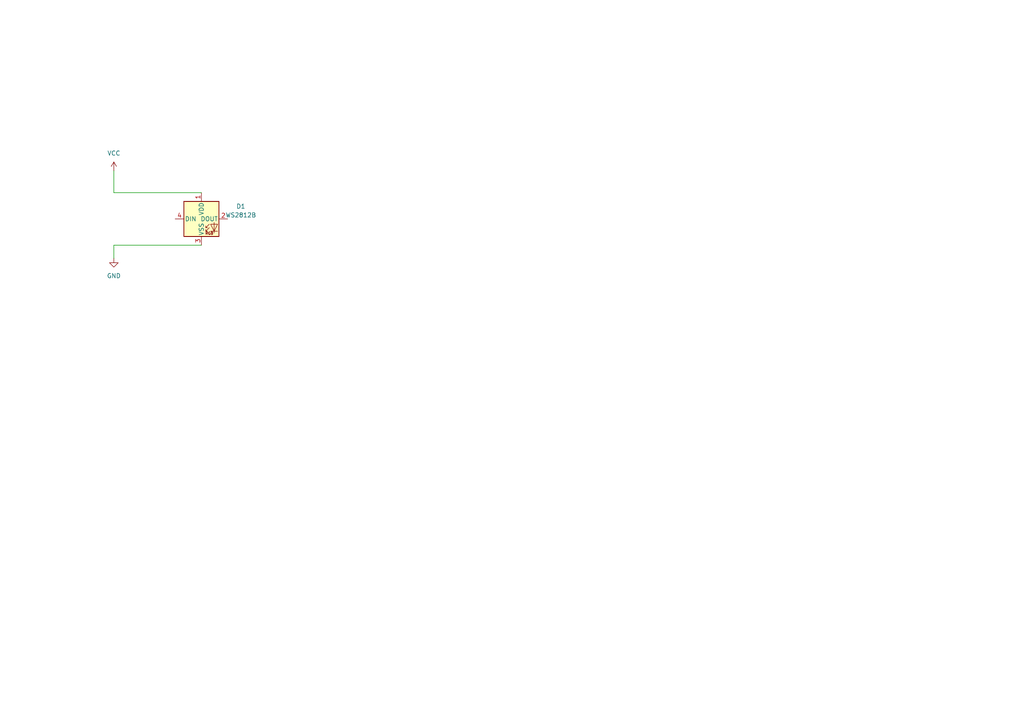
<source format=kicad_sch>
(kicad_sch (version 20231120) (generator "eeschema") (generator_version "8.0")
  (paper "A4")
  (lib_symbols
    (symbol "LED:WS2812B" (pin_names (offset 0.254))
      (property "Reference" "D" (at 5.08 5.715 0))
      (property "Value" "WS2812B" (at 1.27 -5.715 0))
      (symbol "WS2812B_0_0"
        (text "RGB" (at 2.286 -4.191 0) (effects (font (size 0.762 0.762))))
      )
      (symbol "WS2812B_0_1"
        (polyline (pts (xy 1.27 -3.556) (xy 1.778 -3.556)))
        (polyline (pts (xy 1.27 -2.54) (xy 1.778 -2.54)))
        (polyline (pts (xy 4.699 -3.556) (xy 2.667 -3.556)))
        (polyline (pts (xy 2.286 -2.54) (xy 1.27 -3.556) (xy 1.27 -3.048)))
        (polyline (pts (xy 2.286 -1.524) (xy 1.27 -2.54) (xy 1.27 -2.032)))
        (polyline (pts (xy 3.683 -1.016) (xy 3.683 -3.556) (xy 3.683 -4.064)))
        (polyline (pts (xy 4.699 -1.524) (xy 2.667 -1.524) (xy 3.683 -3.556) (xy 4.699 -1.524)))
        (rectangle (start 5.08 5.08) (end -5.08 -5.08) (stroke (width 0.254)) (fill (type background)))
      )
      (symbol "WS2812B_1_1"
        (pin power_in line (at 0 7.62 270) (length 2.54) (name "VDD") (number "1"))
        (pin output line (at 7.62 0 180) (length 2.54) (name "DOUT") (number "2"))
        (pin power_in line (at 0 -7.62 90) (length 2.54) (name "VSS") (number "3"))
        (pin input line (at -7.62 0 0) (length 2.54) (name "DIN") (number "4"))
      )
    )
    (symbol "power:GND" (power) (pin_numbers hide) (pin_names (offset 0) hide)
      (property "Value" "GND" (at 0 -3.81 0))
      (symbol "GND_0_1"
        (polyline (pts (xy 0 0) (xy 0 -1.27) (xy 1.27 -1.27) (xy 0 -2.54) (xy -1.27 -1.27) (xy 0 -1.27)))
      )
      (symbol "GND_1_1"
        (pin power_in line (at 0 0 270) (length 0) (name "~") (number "1"))
      )
    )
    (symbol "power:VCC" (power) (pin_numbers hide) (pin_names (offset 0) hide)
      (property "Value" "VCC" (at 0 3.556 0))
      (symbol "VCC_0_1"
        (polyline (pts (xy -0.762 1.27) (xy 0 2.54)))
        (polyline (pts (xy 0 0) (xy 0 2.54)))
        (polyline (pts (xy 0 2.54) (xy 0.762 1.27)))
      )
      (symbol "VCC_1_1"
        (pin power_in line (at 0 0 90) (length 0) (name "~") (number "1"))
      )
    )
  )
  (wire (pts (xy 33.02 49.53) (xy 33.02 55.88)))
  (wire (pts (xy 58.42 55.88) (xy 33.02 55.88)))
  (wire (pts (xy 33.02 71.12) (xy 33.02 74.93)))
  (wire (pts (xy 58.42 71.12) (xy 33.02 71.12)))
  (symbol (lib_id "power:GND") (at 33.02 74.93 0) (unit 1)
    (property "Reference" "#PWR01" (effects (hide yes)))
    (property "Value" "GND" (at 33.02 80.01 0))
    (property "Description" "Power symbol creates a global label with name \"GND\" , ground" (effects (hide yes)))
  )
  (symbol (lib_id "LED:WS2812B") (at 58.42 63.5 0) (unit 1)
    (property "Reference" "D1" (at 69.85 59.852 0))
    (property "Value" "WS2812B" (at 69.85 62.392 0))
    (property "Footprint" "LED_SMD:LED_WS2812B_PLCC4_5.0x5.0mm_P3.2mm" (effects (hide yes)))
    (property "Datasheet" "https://cdn-shop.adafruit.com/datasheets/WS2812B.pdf" (effects (hide yes)))
    (property "Description" "RGB LED with integrated controller" (effects (hide yes)))
  )
  (symbol (lib_id "power:VCC") (at 33.02 49.53 0) (unit 1)
    (property "Reference" "#PWR02" (effects (hide yes)))
    (property "Value" "VCC" (at 33.02 44.45 0))
    (property "Description" "Power symbol creates a global label with name \"VCC\"" (effects (hide yes)))
  )
)
</source>
